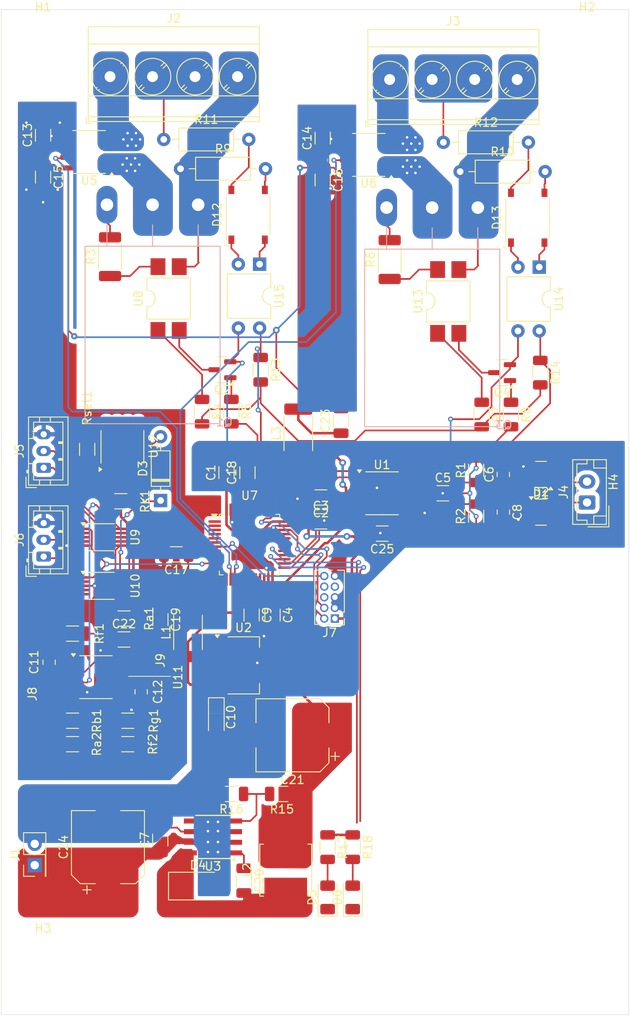
<source format=kicad_pcb>
(kicad_pcb
	(version 20240108)
	(generator "pcbnew")
	(generator_version "8.0")
	(general
		(thickness 1.6)
		(legacy_teardrops no)
	)
	(paper "A4")
	(layers
		(0 "F.Cu" signal)
		(31 "B.Cu" signal)
		(32 "B.Adhes" user "B.Adhesive")
		(33 "F.Adhes" user "F.Adhesive")
		(34 "B.Paste" user)
		(35 "F.Paste" user)
		(36 "B.SilkS" user "B.Silkscreen")
		(37 "F.SilkS" user "F.Silkscreen")
		(38 "B.Mask" user)
		(39 "F.Mask" user)
		(40 "Dwgs.User" user "User.Drawings")
		(41 "Cmts.User" user "User.Comments")
		(42 "Eco1.User" user "User.Eco1")
		(43 "Eco2.User" user "User.Eco2")
		(44 "Edge.Cuts" user)
		(45 "Margin" user)
		(46 "B.CrtYd" user "B.Courtyard")
		(47 "F.CrtYd" user "F.Courtyard")
		(48 "B.Fab" user)
		(49 "F.Fab" user)
		(50 "User.1" user)
		(51 "User.2" user)
		(52 "User.3" user)
		(53 "User.4" user)
		(54 "User.5" user)
		(55 "User.6" user)
		(56 "User.7" user)
		(57 "User.8" user)
		(58 "User.9" user)
	)
	(setup
		(stackup
			(layer "F.SilkS"
				(type "Top Silk Screen")
			)
			(layer "F.Paste"
				(type "Top Solder Paste")
			)
			(layer "F.Mask"
				(type "Top Solder Mask")
				(thickness 0.01)
			)
			(layer "F.Cu"
				(type "copper")
				(thickness 0.035)
			)
			(layer "dielectric 1"
				(type "core")
				(thickness 1.51)
				(material "FR4")
				(epsilon_r 4.5)
				(loss_tangent 0.02)
			)
			(layer "B.Cu"
				(type "copper")
				(thickness 0.035)
			)
			(layer "B.Mask"
				(type "Bottom Solder Mask")
				(thickness 0.01)
			)
			(layer "B.Paste"
				(type "Bottom Solder Paste")
			)
			(layer "B.SilkS"
				(type "Bottom Silk Screen")
			)
			(copper_finish "None")
			(dielectric_constraints no)
		)
		(pad_to_mask_clearance 0)
		(allow_soldermask_bridges_in_footprints no)
		(pcbplotparams
			(layerselection 0x00010fc_ffffffff)
			(plot_on_all_layers_selection 0x0000000_00000000)
			(disableapertmacros no)
			(usegerberextensions no)
			(usegerberattributes yes)
			(usegerberadvancedattributes yes)
			(creategerberjobfile yes)
			(dashed_line_dash_ratio 12.000000)
			(dashed_line_gap_ratio 3.000000)
			(svgprecision 4)
			(plotframeref no)
			(viasonmask no)
			(mode 1)
			(useauxorigin no)
			(hpglpennumber 1)
			(hpglpenspeed 20)
			(hpglpendiameter 15.000000)
			(pdf_front_fp_property_popups yes)
			(pdf_back_fp_property_popups yes)
			(dxfpolygonmode yes)
			(dxfimperialunits yes)
			(dxfusepcbnewfont yes)
			(psnegative no)
			(psa4output no)
			(plotreference yes)
			(plotvalue yes)
			(plotfptext yes)
			(plotinvisibletext no)
			(sketchpadsonfab no)
			(subtractmaskfromsilk no)
			(outputformat 1)
			(mirror no)
			(drillshape 1)
			(scaleselection 1)
			(outputdirectory "")
		)
	)
	(net 0 "")
	(net 1 "Net-(C5-Pad2)")
	(net 2 "GND")
	(net 3 "+3.3V")
	(net 4 "/can/CAN+")
	(net 5 "+5VD")
	(net 6 "/TEMP_ADC")
	(net 7 "Net-(U11A--)")
	(net 8 "Net-(U11B-+)")
	(net 9 "unconnected-(D1-A-Pad3)")
	(net 10 "unconnected-(D2-A-Pad3)")
	(net 11 "/PowerOutout/Main_L_Detect")
	(net 12 "/PowerOutout/Main_N")
	(net 13 "/PowerOutout/Main_L")
	(net 14 "/PowerOutout1/Main_L")
	(net 15 "Net-(U5-VZCR)")
	(net 16 "Net-(J5-Pin_2)")
	(net 17 "Net-(J5-Pin_1)")
	(net 18 "Net-(J6-Pin_1)")
	(net 19 "Net-(J6-Pin_2)")
	(net 20 "Net-(Q1-G)")
	(net 21 "Net-(Q2-B)")
	(net 22 "Net-(Q2-C)")
	(net 23 "Net-(Q3-G)")
	(net 24 "Net-(Q4-B)")
	(net 25 "Net-(Q4-C)")
	(net 26 "Net-(U6-VZCR)")
	(net 27 "Net-(R3-Pad1)")
	(net 28 "Net-(R4-Pad1)")
	(net 29 "+3V3")
	(net 30 "/CH1_ENABLE")
	(net 31 "Net-(R6-Pad1)")
	(net 32 "Net-(R7-Pad1)")
	(net 33 "/CH2_ENABLE")
	(net 34 "+3.3VA")
	(net 35 "Net-(U11B--)")
	(net 36 "SWDIO")
	(net 37 "SWDCLK")
	(net 38 "NRST")
	(net 39 "/can/CAN-")
	(net 40 "Net-(C9-Pad1)")
	(net 41 "Net-(C18-Pad1)")
	(net 42 "Net-(J1-Pin_1)")
	(net 43 "CAN_STBY")
	(net 44 "Net-(U3-BOOT)")
	(net 45 "Net-(J8-Pin_1)")
	(net 46 "Net-(D3-A)")
	(net 47 "Net-(D3-K)")
	(net 48 "Net-(Ra1-Pad1)")
	(net 49 "/CH1_ZCD")
	(net 50 "Net-(U11A-+)")
	(net 51 "GNDA")
	(net 52 "unconnected-(J7-NC{slash}TDI-Pad8)")
	(net 53 "Net-(D4-K)")
	(net 54 "unconnected-(U10-Pad6)")
	(net 55 "unconnected-(U10-Pad7)")
	(net 56 "unconnected-(U10-Pad4)")
	(net 57 "unconnected-(U10-Pad5)")
	(net 58 "/Power/FB")
	(net 59 "unconnected-(J7-KEY-Pad7)")
	(net 60 "unconnected-(J7-SWO{slash}TDO-Pad6)")
	(net 61 "Net-(Rs1-Pad2)")
	(net 62 "/PowerOutout1/Main_L_Detect")
	(net 63 "/PowerOutout1/Main_N")
	(net 64 "/CH2_CURRENT_ADC")
	(net 65 "/CH1_CURRENT_ADC")
	(net 66 "/CH2_ZCD")
	(net 67 "unconnected-(U7-PC15-Pad4)")
	(net 68 "/PowerOutout/Main_L_OUT")
	(net 69 "/PowerOutout1/Main_L_OUT")
	(net 70 "Net-(D12--)")
	(net 71 "Net-(D12-Pad3)")
	(net 72 "Net-(D12-Pad4)")
	(net 73 "Net-(D12-+)")
	(net 74 "Net-(D13-Pad3)")
	(net 75 "Net-(D13-Pad4)")
	(net 76 "Net-(D13--)")
	(net 77 "Net-(D13-+)")
	(net 78 "unconnected-(U7-PH1-Pad6)")
	(net 79 "unconnected-(U7-PB5-Pad41)")
	(net 80 "unconnected-(U7-PB0-Pad18)")
	(net 81 "unconnected-(U7-PC13-Pad2)")
	(net 82 "unconnected-(U7-PA8-Pad29)")
	(net 83 "CAN_TX")
	(net 84 "CAN_RX")
	(net 85 "unconnected-(U7-PA10-Pad31)")
	(net 86 "unconnected-(U3-EN-Pad5)")
	(net 87 "unconnected-(U7-BOOT0-Pad44)")
	(net 88 "unconnected-(U3-NC-Pad3)")
	(net 89 "unconnected-(U3-NC-Pad2)")
	(net 90 "unconnected-(U7-PA6-Pad16)")
	(net 91 "unconnected-(U7-PA9-Pad30)")
	(net 92 "Net-(D5-A)")
	(net 93 "unconnected-(U7-PA11-Pad32)")
	(net 94 "unconnected-(U7-PA2-Pad12)")
	(net 95 "unconnected-(U7-PA0-Pad10)")
	(net 96 "unconnected-(U7-PH0-Pad5)")
	(net 97 "unconnected-(U7-PA12-Pad33)")
	(net 98 "Net-(D6-A)")
	(net 99 "+5VA")
	(net 100 "unconnected-(U7-VBAT-Pad1)")
	(net 101 "unconnected-(U7-PC14-Pad3)")
	(net 102 "unconnected-(U7-PB2-Pad20)")
	(net 103 "unconnected-(U7-PB10-Pad21)")
	(net 104 "unconnected-(U7-PB1-Pad19)")
	(net 105 "/TEMP_CH_SEL")
	(net 106 "unconnected-(U7-PB7-Pad43)")
	(net 107 "/POWER_LED")
	(net 108 "/STATUS_LED")
	(net 109 "unconnected-(U7-PA7-Pad17)")
	(footprint "Capacitor_SMD:C_1206_3216Metric" (layer "F.Cu") (at 114 159.15 90))
	(footprint "Package_TO_SOT_SMD:SOT-23" (layer "F.Cu") (at 159.5 115.5 180))
	(footprint "Capacitor_SMD:C_1206_3216Metric" (layer "F.Cu") (at 147.775 117.75))
	(footprint "Package_DIP:DIP-4_W7.62mm" (layer "F.Cu") (at 159.29 90.745 -90))
	(footprint "Resistor_SMD:R_1206_3216Metric" (layer "F.Cu") (at 159.415 103.345 -90))
	(footprint "Inductor_SMD:L_Bourns_SRN6045TA" (layer "F.Cu") (at 129 162.75 90))
	(footprint "MountingHole:MountingHole_4.3mm_M4" (layer "F.Cu") (at 100 65))
	(footprint "Package_TO_SOT_SMD:SOT-23" (layer "F.Cu") (at 159.5 120))
	(footprint "Capacitor_SMD:C_1206_3216Metric" (layer "F.Cu") (at 133.415 80.345 -90))
	(footprint "MountingHole:MountingHole_4.3mm_M4" (layer "F.Cu") (at 165 175))
	(footprint "Capacitor_SMD:C_1206_3216Metric" (layer "F.Cu") (at 114.01875 132.83125 -90))
	(footprint "Resistor_THT:R_Axial_DIN0207_L6.3mm_D2.5mm_P10.16mm_Horizontal" (layer "F.Cu") (at 149.835 79.345))
	(footprint "Connector_PinHeader_1.27mm:PinHeader_2x05_P1.27mm_Vertical" (layer "F.Cu") (at 134.86875 132.70625 180))
	(footprint "Connector_JST:JST_PH_B3B-PH-K_1x03_P2.00mm_Vertical" (layer "F.Cu") (at 100.06875 125.30625 90))
	(footprint "Resistor_SMD:R_1206_3216Metric" (layer "F.Cu") (at 134 160 -90))
	(footprint "Diode_SMD:D_SMA" (layer "F.Cu") (at 118.5 164.65))
	(footprint "Capacitor_SMD:C_1206_3216Metric" (layer "F.Cu") (at 135.6 109.1 90))
	(footprint "TerminalBlock_Phoenix:TerminalBlock_Phoenix_MKDS-3-4-5.08_1x04_P5.08mm_Horizontal" (layer "F.Cu") (at 108 68))
	(footprint "Connector_Wire:SolderWirePad_1x01_SMD_1x2mm" (layer "F.Cu") (at 112.01875 137.70625 90))
	(footprint "Resistor_SMD:R_1206_3216Metric" (layer "F.Cu") (at 109.66875 132.70625 180))
	(footprint "Capacitor_SMD:C_1206_3216Metric" (layer "F.Cu") (at 124.91875 132.28875 -90))
	(footprint "Package_SO:VSSOP-10_3x3mm_P0.5mm" (layer "F.Cu") (at 107 123))
	(footprint "Capacitor_SMD:C_0805_2012Metric" (layer "F.Cu") (at 111.71875 141.45625 90))
	(footprint "Connector_JST:JST_PH_B3B-PH-K_1x03_P2.00mm_Vertical" (layer "F.Cu") (at 100.06875 114.70625 90))
	(footprint "LED_SMD:LED_1206_3216Metric" (layer "F.Cu") (at 134 166 90))
	(footprint "Resistor_SMD:R_1206_3216Metric" (layer "F.Cu") (at 103.51875 147.70625))
	(footprint "Diode_THT:D_DO-35_SOD27_P7.62mm_Horizontal" (layer "F.Cu") (at 114.04375 118.61125 90))
	(footprint "TerminalBlock_Phoenix:TerminalBlock_Phoenix_MKDS-3-4-5.08_1x04_P5.08mm_Horizontal" (layer "F.Cu") (at 141.415 68.345))
	(footprint "Package_DIP:SMDIP-4_W7.62mm" (layer "F.Cu") (at 115 94.5 90))
	(footprint "Diode_SMD:Diode_Bridge_Diotec_ABS" (layer "F.Cu") (at 124.5 84.5 90))
	(footprint "Resistor_SMD:R_1206_3216Metric" (layer "F.Cu") (at 122.5 153.65 180))
	(footprint "Capacitor_SMD:C_1206_3216Metric" (layer "F.Cu") (at 124 164 -90))
	(footprint "Resistor_SMD:R_1206_3216Metric" (layer "F.Cu") (at 110.11875 144.90625 180))
	(footprint "Capacitor_SMD:C_1206_3216Metric" (layer "F.Cu") (at 124.41875 115.28875 90))
	(footprint "Capacitor_SMD:C_1206_3216Metric" (layer "F.Cu") (at 133.415 75.345 90))
	(footprint "Resistor_SMD:R_1206_3216Metric"
		(layer "F.Cu")
		(uuid "631b5115-c2b5-4ab4-950d-6f331e7d5496")
		(at 109.28625 118.70125 180)
		(descr "Resistor SMD 1206 (3216 Metric), square (rectangular) end terminal, IPC_7351 nominal, (Body size source: IPC-SM-782 page 72, https://www.pcb-3d.com/wordpress/wp-content/uploads/ipc-sm-782a_amendment_1_and_2.pdf), generated with kicad-footprint-generator")
		(tags "resistor")
		(property "Reference" "Rs1"
			(at -2.9 0 90)
			(layer "F.SilkS")
			(uuid "e1eba9c5-0bf6-40f4-8e51-4b699cbf2b85")
			(effects
				(font
					(size 1 1)
					(thickness 0.15)
				)
			)
		)
		(property "Value" "1330 1%"
			(at 0 1.82 0)
			(layer "F.Fab")
			(uuid "6f0bc9da-99f7-4e5b-9191-550a4180634d")
			(effects
				(font
					(size 1 1)
					(thickness 0.15)
				)
			)
		)
		(property "Footprint" "Resistor_SMD:R_1206_3216Metric"
			(at 0 0 180)
			(unlocked yes)
			(layer "F.Fab")
			(hide yes)
			(uuid "7665955b-6815-4a22-94f9-b039106a9648")
			(effects
				(font
					(size 1.27 1.27)
					(thickness 0.15)
				)
			)
		)
		(property "Datasheet" ""
			(at 0 0 180)
			(unlocked yes)
			(layer "F.Fab")
			(hide yes)
			(uuid "f4d74951-24b4-40b8-b842-06ec4a2f7df2")
			(effects
				(font
					(size 1.27 1.27)
					(thickness 0.15)
				)
			)
		)
		(property "Description" "Resistor, small symbol"
			(at 0 0 180)
			(unlocked yes)
			(layer "F.Fab")
			(hide yes)
			(uuid "56209d11-ea22-404e-9461-62c48e8d0e18")
			(effects
				(font
					(size 1.27 1.27)
					(thickness 0.15)
				)
			)
		)
		(property ki_fp_filters "R_*")
		(path "/1f013864-cd6f-4324-8851-7e29bdb6f1f8/981d13d8-e058-4295-b8a4-bd3c5f0ba245")
		(sheetna
... [673673 chars truncated]
</source>
